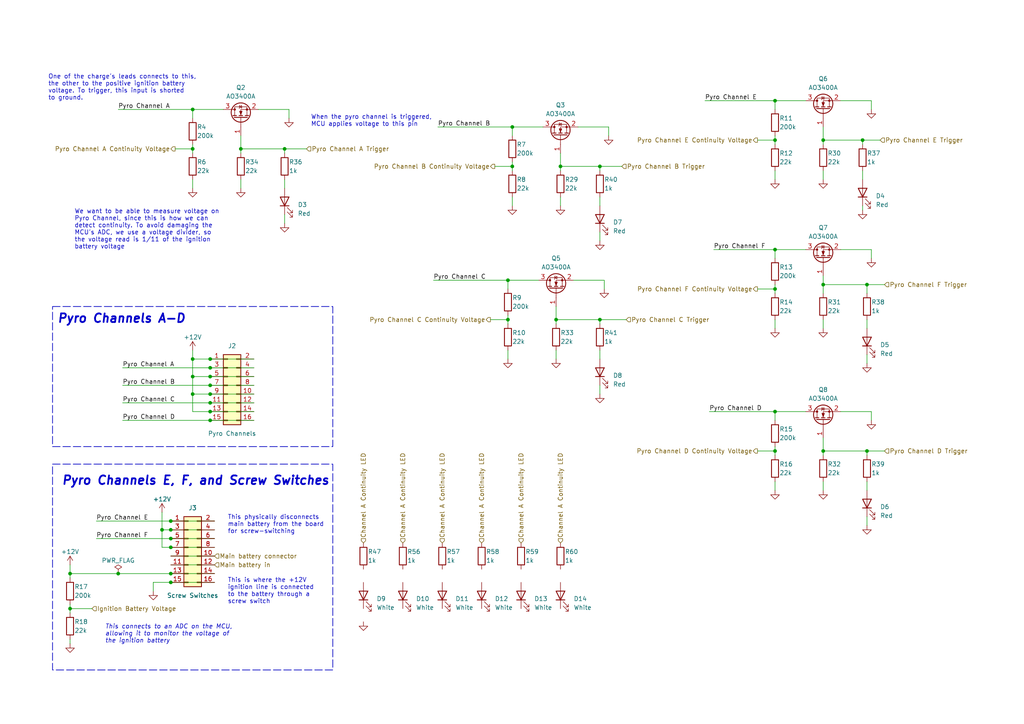
<source format=kicad_sch>
(kicad_sch (version 20230121) (generator eeschema)
  (paper "A4")
  (title_block (title "Pyrotechnic Channels") (date "2023-09-24") (rev "1"))
  (lib_symbols
    (symbol "Connector_Generic:Conn_02x08_Odd_Even" (pin_names (offset 1.016) hide)
      (property "Reference" "J" (at 1.27 10.16 0))
      (property "Value" "Conn_02x08_Odd_Even" (at 1.27 -12.7 0))
      (symbol "Conn_02x08_Odd_Even_1_1"
        (rectangle (start -1.27 -10.033) (end 0 -10.287) (stroke (width 0.1524)))
        (rectangle (start -1.27 -7.493) (end 0 -7.747) (stroke (width 0.1524)))
        (rectangle (start -1.27 -4.953) (end 0 -5.207) (stroke (width 0.1524)))
        (rectangle (start -1.27 -2.413) (end 0 -2.667) (stroke (width 0.1524)))
        (rectangle (start -1.27 0.127) (end 0 -0.127) (stroke (width 0.1524)))
        (rectangle (start -1.27 2.667) (end 0 2.413) (stroke (width 0.1524)))
        (rectangle (start -1.27 5.207) (end 0 4.953) (stroke (width 0.1524)))
        (rectangle (start -1.27 7.747) (end 0 7.493) (stroke (width 0.1524)))
        (rectangle (start -1.27 8.89) (end 3.81 -11.43) (stroke (width 0.254)) (fill (type background)))
        (rectangle (start 3.81 -10.033) (end 2.54 -10.287) (stroke (width 0.1524)))
        (rectangle (start 3.81 -7.493) (end 2.54 -7.747) (stroke (width 0.1524)))
        (rectangle (start 3.81 -4.953) (end 2.54 -5.207) (stroke (width 0.1524)))
        (rectangle (start 3.81 -2.413) (end 2.54 -2.667) (stroke (width 0.1524)))
        (rectangle (start 3.81 0.127) (end 2.54 -0.127) (stroke (width 0.1524)))
        (rectangle (start 3.81 2.667) (end 2.54 2.413) (stroke (width 0.1524)))
        (rectangle (start 3.81 5.207) (end 2.54 4.953) (stroke (width 0.1524)))
        (rectangle (start 3.81 7.747) (end 2.54 7.493) (stroke (width 0.1524)))
        (pin passive line (at -5.08 7.62 0) (length 3.81) (name "Pin_1") (number "1"))
        (pin passive line (at 7.62 -2.54 180) (length 3.81) (name "Pin_10") (number "10"))
        (pin passive line (at -5.08 -5.08 0) (length 3.81) (name "Pin_11") (number "11"))
        (pin passive line (at 7.62 -5.08 180) (length 3.81) (name "Pin_12") (number "12"))
        (pin passive line (at -5.08 -7.62 0) (length 3.81) (name "Pin_13") (number "13"))
        (pin passive line (at 7.62 -7.62 180) (length 3.81) (name "Pin_14") (number "14"))
        (pin passive line (at -5.08 -10.16 0) (length 3.81) (name "Pin_15") (number "15"))
        (pin passive line (at 7.62 -10.16 180) (length 3.81) (name "Pin_16") (number "16"))
        (pin passive line (at 7.62 7.62 180) (length 3.81) (name "Pin_2") (number "2"))
        (pin passive line (at -5.08 5.08 0) (length 3.81) (name "Pin_3") (number "3"))
        (pin passive line (at 7.62 5.08 180) (length 3.81) (name "Pin_4") (number "4"))
        (pin passive line (at -5.08 2.54 0) (length 3.81) (name "Pin_5") (number "5"))
        (pin passive line (at 7.62 2.54 180) (length 3.81) (name "Pin_6") (number "6"))
        (pin passive line (at -5.08 0 0) (length 3.81) (name "Pin_7") (number "7"))
        (pin passive line (at 7.62 0 180) (length 3.81) (name "Pin_8") (number "8"))
        (pin passive line (at -5.08 -2.54 0) (length 3.81) (name "Pin_9") (number "9"))
      )
    )
    (symbol "Device:LED" (pin_numbers hide) (pin_names (offset 1.016) hide)
      (property "Reference" "D" (at 0 2.54 0))
      (property "Value" "LED" (at 0 -2.54 0))
      (symbol "LED_0_1"
        (polyline (pts (xy -1.27 -1.27) (xy -1.27 1.27)) (stroke (width 0.254)))
        (polyline (pts (xy -1.27 0) (xy 1.27 0)))
        (polyline (pts (xy 1.27 -1.27) (xy 1.27 1.27) (xy -1.27 0) (xy 1.27 -1.27)) (stroke (width 0.254)))
        (polyline (pts (xy -3.048 -0.762) (xy -4.572 -2.286) (xy -3.81 -2.286) (xy -4.572 -2.286) (xy -4.572 -1.524)))
        (polyline (pts (xy -1.778 -0.762) (xy -3.302 -2.286) (xy -2.54 -2.286) (xy -3.302 -2.286) (xy -3.302 -1.524)))
      )
      (symbol "LED_1_1"
        (pin passive line (at -3.81 0 0) (length 2.54) (name "K") (number "1"))
        (pin passive line (at 3.81 0 180) (length 2.54) (name "A") (number "2"))
      )
    )
    (symbol "Device:R" (pin_numbers hide) (pin_names (offset 0))
      (property "Reference" "R" (at 2.032 0 90))
      (property "Value" "R" (at 0 0 90))
      (symbol "R_0_1"
        (rectangle (start -1.016 -2.54) (end 1.016 2.54) (stroke (width 0.254)))
      )
      (symbol "R_1_1"
        (pin passive line (at 0 3.81 270) (length 1.27) (name "~") (number "1"))
        (pin passive line (at 0 -3.81 90) (length 1.27) (name "~") (number "2"))
      )
    )
    (symbol "Transistor_FET:AO3400A" (pin_names hide)
      (property "Reference" "Q" (at 5.08 1.905 0))
      (property "Value" "AO3400A" (at 5.08 0 0))
      (symbol "AO3400A_0_1"
        (polyline (pts (xy 0.254 0) (xy -2.54 0)))
        (polyline (pts (xy 0.254 1.905) (xy 0.254 -1.905)) (stroke (width 0.254)))
        (polyline (pts (xy 0.762 -1.27) (xy 0.762 -2.286)) (stroke (width 0.254)))
        (polyline (pts (xy 0.762 0.508) (xy 0.762 -0.508)) (stroke (width 0.254)))
        (polyline (pts (xy 0.762 2.286) (xy 0.762 1.27)) (stroke (width 0.254)))
        (polyline (pts (xy 2.54 2.54) (xy 2.54 1.778)))
        (polyline (pts (xy 2.54 -2.54) (xy 2.54 0) (xy 0.762 0)))
        (polyline (pts (xy 0.762 -1.778) (xy 3.302 -1.778) (xy 3.302 1.778) (xy 0.762 1.778)))
        (polyline (pts (xy 1.016 0) (xy 2.032 0.381) (xy 2.032 -0.381) (xy 1.016 0)) (fill (type outline)))
        (polyline (pts (xy 2.794 0.508) (xy 2.921 0.381) (xy 3.683 0.381) (xy 3.81 0.254)))
        (polyline (pts (xy 3.302 0.381) (xy 2.921 -0.254) (xy 3.683 -0.254) (xy 3.302 0.381)))
        (circle (center 1.651 0) (radius 2.794) (stroke (width 0.254)))
        (circle (center 2.54 -1.778) (radius 0.254) (fill (type outline)))
        (circle (center 2.54 1.778) (radius 0.254) (fill (type outline)))
      )
      (symbol "AO3400A_1_1"
        (pin input line (at -5.08 0 0) (length 2.54) (name "G") (number "1"))
        (pin passive line (at 2.54 -5.08 90) (length 2.54) (name "S") (number "2"))
        (pin passive line (at 2.54 5.08 270) (length 2.54) (name "D") (number "3"))
      )
    )
    (symbol "power:+12V" (power) (pin_names (offset 0))
      (property "Value" "+12V" (at 0 3.556 0))
      (symbol "+12V_0_1"
        (polyline (pts (xy -0.762 1.27) (xy 0 2.54)))
        (polyline (pts (xy 0 0) (xy 0 2.54)))
        (polyline (pts (xy 0 2.54) (xy 0.762 1.27)))
      )
      (symbol "+12V_1_1"
        (pin power_in line (at 0 0 90) (length 0) hide (name "+12V") (number "1"))
      )
    )
    (symbol "power:GND" (power) (pin_names (offset 0))
      (property "Value" "GND" (at 0 -3.81 0))
      (symbol "GND_0_1"
        (polyline (pts (xy 0 0) (xy 0 -1.27) (xy 1.27 -1.27) (xy 0 -2.54) (xy -1.27 -1.27) (xy 0 -1.27)))
      )
      (symbol "GND_1_1"
        (pin power_in line (at 0 0 270) (length 0) hide (name "GND") (number "1"))
      )
    )
    (symbol "power:PWR_FLAG" (power) (pin_numbers hide) (pin_names (offset 0) hide)
      (property "Value" "PWR_FLAG" (at 0 3.81 0))
      (symbol "PWR_FLAG_0_0"
        (pin power_out line (at 0 0 90) (length 0) (name "pwr") (number "1"))
      )
      (symbol "PWR_FLAG_0_1"
        (polyline (pts (xy 0 0) (xy 0 1.27) (xy -1.016 1.905) (xy 0 2.54) (xy 1.016 1.905) (xy 0 1.27)))
      )
    )
  )
  (junction (at 55.88 114.3))
  (junction (at 34.29 166.37))
  (junction (at 224.79 72.39))
  (junction (at 238.76 40.64))
  (junction (at 49.53 158.75))
  (junction (at 60.96 104.14))
  (junction (at 238.76 130.81))
  (junction (at 60.96 119.38))
  (junction (at 238.76 82.55))
  (junction (at 55.88 109.22))
  (junction (at 82.55 43.18))
  (junction (at 60.96 111.76))
  (junction (at 224.79 29.21))
  (junction (at 162.56 48.26))
  (junction (at 224.79 83.82))
  (junction (at 173.99 92.71))
  (junction (at 251.46 82.55))
  (junction (at 161.29 92.71))
  (junction (at 251.46 130.81))
  (junction (at 55.88 31.75))
  (junction (at 49.53 151.13))
  (junction (at 224.79 40.64))
  (junction (at 49.53 166.37))
  (junction (at 224.79 130.81))
  (junction (at 60.96 106.68))
  (junction (at 20.32 176.53))
  (junction (at 60.96 121.92))
  (junction (at 60.96 109.22))
  (junction (at 55.88 104.14))
  (junction (at 60.96 114.3))
  (junction (at 147.32 92.71))
  (junction (at 224.79 119.38))
  (junction (at 49.53 168.91))
  (junction (at 148.59 36.83))
  (junction (at 250.19 40.64))
  (junction (at 49.53 153.67))
  (junction (at 46.99 153.67))
  (junction (at 173.99 48.26))
  (junction (at 49.53 156.21))
  (junction (at 20.32 166.37))
  (junction (at 147.32 81.28))
  (junction (at 69.85 43.18))
  (junction (at 60.96 116.84))
  (junction (at 148.59 48.26))
  (junction (at 55.88 43.18))
  (wire (pts (xy 224.79 29.21) (xy 224.79 31.75)))
  (wire (pts (xy 147.32 101.6) (xy 147.32 104.14)))
  (wire (pts (xy 60.96 116.84) (xy 73.66 116.84)))
  (wire (pts (xy 147.32 81.28) (xy 147.32 83.82)))
  (wire (pts (xy 251.46 149.86) (xy 251.46 152.4)))
  (wire (pts (xy 243.84 119.38) (xy 252.73 119.38)))
  (wire (pts (xy 49.53 161.29) (xy 62.23 161.29)))
  (wire (pts (xy 224.79 130.81) (xy 224.79 132.08)))
  (wire (pts (xy 26.67 176.53) (xy 20.32 176.53)))
  (wire (pts (xy 55.88 31.75) (xy 64.77 31.75)))
  (wire (pts (xy 35.56 116.84) (xy 60.96 116.84)))
  (wire (pts (xy 250.19 41.91) (xy 250.19 40.64)))
  (wire (pts (xy 243.84 29.21) (xy 252.73 29.21)))
  (wire (pts (xy 27.94 151.13) (xy 49.53 151.13)))
  (wire (pts (xy 224.79 39.37) (xy 224.79 40.64)))
  (wire (pts (xy 219.71 130.81) (xy 224.79 130.81)))
  (wire (pts (xy 224.79 119.38) (xy 224.79 121.92)))
  (wire (pts (xy 49.53 156.21) (xy 62.23 156.21)))
  (wire (pts (xy 55.88 52.07) (xy 55.88 54.61)))
  (wire (pts (xy 250.19 49.53) (xy 250.19 52.07)))
  (wire (pts (xy 251.46 139.7) (xy 251.46 142.24)))
  (wire (pts (xy 173.99 48.26) (xy 180.34 48.26)))
  (wire (pts (xy 224.79 129.54) (xy 224.79 130.81)))
  (wire (pts (xy 60.96 119.38) (xy 55.88 119.38)))
  (wire (pts (xy 27.94 156.21) (xy 49.53 156.21)))
  (wire (pts (xy 20.32 185.42) (xy 20.32 186.69)))
  (wire (pts (xy 142.24 92.71) (xy 147.32 92.71)))
  (wire (pts (xy 162.56 57.15) (xy 162.56 59.69)))
  (wire (pts (xy 55.88 31.75) (xy 55.88 34.29)))
  (wire (pts (xy 60.96 106.68) (xy 73.66 106.68)))
  (wire (pts (xy 219.71 40.64) (xy 224.79 40.64)))
  (wire (pts (xy 148.59 57.15) (xy 148.59 59.69)))
  (wire (pts (xy 238.76 82.55) (xy 238.76 80.01)))
  (wire (pts (xy 125.73 81.28) (xy 147.32 81.28)))
  (wire (pts (xy 224.79 72.39) (xy 224.79 74.93)))
  (wire (pts (xy 35.56 106.68) (xy 60.96 106.68)))
  (wire (pts (xy 205.74 119.38) (xy 224.79 119.38)))
  (wire (pts (xy 251.46 132.08) (xy 251.46 130.81)))
  (wire (pts (xy 55.88 101.6) (xy 55.88 104.14)))
  (wire (pts (xy 49.53 153.67) (xy 46.99 153.67)))
  (wire (pts (xy 20.32 176.53) (xy 20.32 177.8)))
  (wire (pts (xy 238.76 40.64) (xy 238.76 41.91)))
  (wire (pts (xy 224.79 72.39) (xy 233.68 72.39)))
  (wire (pts (xy 238.76 40.64) (xy 238.76 36.83)))
  (wire (pts (xy 238.76 139.7) (xy 238.76 142.24)))
  (wire (pts (xy 143.51 48.26) (xy 148.59 48.26)))
  (wire (pts (xy 55.88 114.3) (xy 55.88 109.22)))
  (wire (pts (xy 49.53 163.83) (xy 62.23 163.83)))
  (wire (pts (xy 49.53 151.13) (xy 62.23 151.13)))
  (wire (pts (xy 60.96 104.14) (xy 55.88 104.14)))
  (wire (pts (xy 148.59 48.26) (xy 148.59 49.53)))
  (wire (pts (xy 173.99 57.15) (xy 173.99 59.69)))
  (wire (pts (xy 224.79 139.7) (xy 224.79 142.24)))
  (wire (pts (xy 55.88 43.18) (xy 55.88 44.45)))
  (wire (pts (xy 162.56 48.26) (xy 162.56 49.53)))
  (wire (pts (xy 166.37 81.28) (xy 175.26 81.28)))
  (wire (pts (xy 49.53 158.75) (xy 46.99 158.75)))
  (wire (pts (xy 224.79 40.64) (xy 224.79 41.91)))
  (wire (pts (xy 224.79 119.38) (xy 233.68 119.38)))
  (wire (pts (xy 250.19 40.64) (xy 255.27 40.64)))
  (wire (pts (xy 173.99 101.6) (xy 173.99 104.14)))
  (wire (pts (xy 50.8 43.18) (xy 55.88 43.18)))
  (wire (pts (xy 173.99 67.31) (xy 173.99 69.85)))
  (wire (pts (xy 219.71 83.82) (xy 224.79 83.82)))
  (wire (pts (xy 55.88 119.38) (xy 55.88 114.3)))
  (wire (pts (xy 20.32 166.37) (xy 20.32 167.64)))
  (wire (pts (xy 46.99 148.59) (xy 46.99 153.67)))
  (wire (pts (xy 162.56 48.26) (xy 162.56 44.45)))
  (wire (pts (xy 82.55 62.23) (xy 82.55 64.77)))
  (wire (pts (xy 224.79 83.82) (xy 224.79 85.09)))
  (wire (pts (xy 44.45 168.91) (xy 44.45 171.45)))
  (wire (pts (xy 74.93 31.75) (xy 83.82 31.75)))
  (wire (pts (xy 243.84 72.39) (xy 252.73 72.39)))
  (wire (pts (xy 251.46 82.55) (xy 256.54 82.55)))
  (wire (pts (xy 251.46 92.71) (xy 251.46 95.25)))
  (wire (pts (xy 147.32 91.44) (xy 147.32 92.71)))
  (wire (pts (xy 161.29 92.71) (xy 161.29 88.9)))
  (wire (pts (xy 173.99 92.71) (xy 181.61 92.71)))
  (wire (pts (xy 49.53 158.75) (xy 62.23 158.75)))
  (wire (pts (xy 82.55 52.07) (xy 82.55 54.61)))
  (wire (pts (xy 238.76 130.81) (xy 251.46 130.81)))
  (wire (pts (xy 69.85 43.18) (xy 69.85 44.45)))
  (wire (pts (xy 60.96 109.22) (xy 73.66 109.22)))
  (wire (pts (xy 69.85 43.18) (xy 82.55 43.18)))
  (wire (pts (xy 238.76 130.81) (xy 238.76 127)))
  (wire (pts (xy 204.47 29.21) (xy 224.79 29.21)))
  (wire (pts (xy 69.85 43.18) (xy 69.85 39.37)))
  (wire (pts (xy 224.79 49.53) (xy 224.79 52.07)))
  (wire (pts (xy 238.76 130.81) (xy 238.76 132.08)))
  (wire (pts (xy 238.76 92.71) (xy 238.76 95.25)))
  (wire (pts (xy 147.32 92.71) (xy 147.32 93.98)))
  (wire (pts (xy 148.59 36.83) (xy 148.59 39.37)))
  (wire (pts (xy 173.99 111.76) (xy 173.99 114.3)))
  (wire (pts (xy 148.59 36.83) (xy 157.48 36.83)))
  (wire (pts (xy 147.32 81.28) (xy 156.21 81.28)))
  (wire (pts (xy 60.96 114.3) (xy 55.88 114.3)))
  (wire (pts (xy 162.56 48.26) (xy 173.99 48.26)))
  (wire (pts (xy 20.32 163.83) (xy 20.32 166.37)))
  (wire (pts (xy 60.96 121.92) (xy 73.66 121.92)))
  (wire (pts (xy 207.01 72.39) (xy 224.79 72.39)))
  (wire (pts (xy 148.59 46.99) (xy 148.59 48.26)))
  (wire (pts (xy 60.96 121.92) (xy 35.56 121.92)))
  (wire (pts (xy 55.88 41.91) (xy 55.88 43.18)))
  (wire (pts (xy 161.29 101.6) (xy 161.29 104.14)))
  (wire (pts (xy 238.76 82.55) (xy 238.76 85.09)))
  (wire (pts (xy 224.79 82.55) (xy 224.79 83.82)))
  (wire (pts (xy 224.79 29.21) (xy 233.68 29.21)))
  (wire (pts (xy 252.73 72.39) (xy 252.73 74.93)))
  (wire (pts (xy 173.99 93.98) (xy 173.99 92.71)))
  (wire (pts (xy 49.53 153.67) (xy 62.23 153.67)))
  (wire (pts (xy 46.99 158.75) (xy 46.99 153.67)))
  (wire (pts (xy 34.29 166.37) (xy 49.53 166.37)))
  (wire (pts (xy 161.29 92.71) (xy 173.99 92.71)))
  (wire (pts (xy 167.64 36.83) (xy 176.53 36.83)))
  (wire (pts (xy 49.53 168.91) (xy 44.45 168.91)))
  (wire (pts (xy 238.76 49.53) (xy 238.76 52.07)))
  (wire (pts (xy 20.32 175.26) (xy 20.32 176.53)))
  (wire (pts (xy 127 36.83) (xy 148.59 36.83)))
  (wire (pts (xy 20.32 166.37) (xy 34.29 166.37)))
  (wire (pts (xy 252.73 119.38) (xy 252.73 121.92)))
  (wire (pts (xy 82.55 43.18) (xy 88.9 43.18)))
  (wire (pts (xy 252.73 29.21) (xy 252.73 31.75)))
  (wire (pts (xy 251.46 102.87) (xy 251.46 105.41)))
  (wire (pts (xy 251.46 85.09) (xy 251.46 82.55)))
  (wire (pts (xy 60.96 114.3) (xy 73.66 114.3)))
  (wire (pts (xy 161.29 92.71) (xy 161.29 93.98)))
  (wire (pts (xy 82.55 43.18) (xy 82.55 44.45)))
  (wire (pts (xy 49.53 166.37) (xy 62.23 166.37)))
  (wire (pts (xy 60.96 119.38) (xy 73.66 119.38)))
  (wire (pts (xy 60.96 111.76) (xy 73.66 111.76)))
  (wire (pts (xy 69.85 52.07) (xy 69.85 54.61)))
  (wire (pts (xy 34.29 31.75) (xy 55.88 31.75)))
  (wire (pts (xy 176.53 36.83) (xy 176.53 39.37)))
  (wire (pts (xy 250.19 59.69) (xy 250.19 60.96)))
  (wire (pts (xy 49.53 168.91) (xy 62.23 168.91)))
  (wire (pts (xy 224.79 92.71) (xy 224.79 95.25)))
  (wire (pts (xy 60.96 104.14) (xy 73.66 104.14)))
  (wire (pts (xy 238.76 40.64) (xy 250.19 40.64)))
  (wire (pts (xy 55.88 109.22) (xy 55.88 104.14)))
  (wire (pts (xy 83.82 31.75) (xy 83.82 34.29)))
  (wire (pts (xy 238.76 82.55) (xy 251.46 82.55)))
  (wire (pts (xy 60.96 109.22) (xy 55.88 109.22)))
  (wire (pts (xy 175.26 81.28) (xy 175.26 83.82)))
  (wire (pts (xy 173.99 49.53) (xy 173.99 48.26)))
  (wire (pts (xy 35.56 111.76) (xy 60.96 111.76)))
  (wire (pts (xy 251.46 130.81) (xy 256.54 130.81)))
  (rectangle (start 15.24 88.9) (end 96.52 129.54) (stroke (width 0.2) (type dash)))
  (rectangle (start 15.24 134.62) (end 96.52 194.31) (stroke (width 0.2) (type dash)))
  (text "Pyro Channels E, F, and Screw Switches\n" (at 17.78 140.97 0) (effects (font (size 2.5 2.5) (thickness 0.5) bold italic) (justify left bottom)))
  (text "This connects to an ADC on the MCU,\nallowing it to monitor the voltage of\nthe ignition battery" (at 30.48 186.69 0) (effects (font (size 1.27 1.27) italic) (justify left bottom)))
  (text "When the pyro channel is triggered, \nMCU applies voltage to this pin" (at 90.17 36.83 0) (effects (font (size 1.27 1.27)) (justify left bottom)))
  (text "This is where the +12V\nignition line is connected\nto the battery through a\nscrew switch" (at 66.04 175.26 0) (effects (font (size 1.27 1.27)) (justify left bottom)))
  (text "Pyro Channels A-D" (at 16.51 93.98 0) (effects (font (size 2.5 2.5) (thickness 0.5) bold italic) (justify left bottom)))
  (text "This physically disconnects\nmain battery from the board\nfor screw-switching" (at 66.04 154.94 0) (effects (font (size 1.27 1.27)) (justify left bottom)))
  (text "One of the charge's leads connects to this,\nthe other to the positive ignition battery\nvoltage. To trigger, this input is shorted\nto ground." (at 13.97 29.21 0) (effects (font (size 1.27 1.27)) (justify left bottom)))
  (text "We want to be able to measure voltage on\nPyro Channel, since this is how we can\ndetect continuity. To avoid damaging the\nMCU's ADC, we use a voltage divider, so\nthe voltage read is 1/11 of the ignition\nbattery voltage" (at 21.59 72.39 0) (effects (font (size 1.27 1.27)) (justify left bottom)))
  (label "Pyro Channel D" (at 205.74 119.38 0))
  (label "Pyro Channel A" (at 35.56 106.68 0))
  (label "Pyro Channel A" (at 34.29 31.75 0))
  (label "Pyro Channel D" (at 35.56 121.92 0))
  (label "Pyro Channel C" (at 125.73 81.28 0))
  (label "Pyro Channel F" (at 27.94 156.21 0))
  (label "Pyro Channel B" (at 35.56 111.76 0))
  (label "Pyro Channel E" (at 204.47 29.21 0))
  (label "Pyro Channel E" (at 27.94 151.13 0))
  (label "Pyro Channel B" (at 127 36.83 0))
  (label "Pyro Channel C" (at 35.56 116.84 0))
  (label "Pyro Channel F" (at 207.01 72.39 0))
  (hierarchical_label "Pyro Channel B Continuity Voltage" (shape output) (at 143.51 48.26 180))
  (hierarchical_label "Channel A Continuity LED" (shape input) (at 116.84 157.48 90))
  (hierarchical_label "Pyro Channel C Continuity Voltage" (shape output) (at 142.24 92.71 180))
  (hierarchical_label "Pyro Channel B Trigger" (shape input) (at 180.34 48.26 0))
  (hierarchical_label "Channel A Continuity LED" (shape input) (at 105.41 157.48 90))
  (hierarchical_label "Channel A Continuity LED" (shape input) (at 151.13 157.48 90))
  (hierarchical_label "Ignition Battery Voltage" (shape input) (at 26.67 176.53 0))
  (hierarchical_label "Pyro Channel F Trigger" (shape input) (at 256.54 82.55 0))
  (hierarchical_label "Pyro Channel D Trigger" (shape input) (at 256.54 130.81 0))
  (hierarchical_label "Pyro Channel D Continuity Voltage" (shape output) (at 219.71 130.81 180))
  (hierarchical_label "Main battery in" (shape input) (at 62.23 163.83 0))
  (hierarchical_label "Pyro Channel C Trigger" (shape input) (at 181.61 92.71 0))
  (hierarchical_label "Pyro Channel A Trigger" (shape input) (at 88.9 43.18 0))
  (hierarchical_label "Channel A Continuity LED" (shape input) (at 128.27 157.48 90))
  (hierarchical_label "Main battery connector" (shape input) (at 62.23 161.29 0))
  (hierarchical_label "Pyro Channel A Continuity Voltage" (shape output) (at 50.8 43.18 180))
  (hierarchical_label "Pyro Channel F Continuity Voltage" (shape output) (at 219.71 83.82 180))
  (hierarchical_label "Channel A Continuity LED" (shape input) (at 139.7 157.48 90))
  (hierarchical_label "Pyro Channel E Continuity Voltage" (shape output) (at 219.71 40.64 180))
  (hierarchical_label "Pyro Channel E Trigger" (shape input) (at 255.27 40.64 0))
  (hierarchical_label "Channel A Continuity LED" (shape input) (at 162.56 157.48 90))
  (symbol (lib_id "power:GND") (at 148.59 59.69 0) (unit 1)
    (property "Reference" "#PWR035" (effects hide))
    (property "Value" "GND" (effects hide))
  )
  (symbol (lib_id "power:GND") (at 176.53 39.37 0) (unit 1)
    (property "Reference" "#PWR036" (effects hide))
    (property "Value" "GND" (effects hide))
  )
  (symbol (lib_id "Device:R") (at 224.79 45.72 0) (unit 1)
    (property "Reference" "R12" (at 226.06 44.45 0) (effects (justify left)))
    (property "Value" "22k" (at 226.06 46.99 0) (effects (justify left)))
    (property "Footprint" "Resistor_SMD:R_0402_1005Metric" (effects hide))
  )
  (symbol (lib_id "power:GND") (at 147.32 104.14 0) (unit 1)
    (property "Reference" "#PWR037" (effects hide))
    (property "Value" "GND" (effects hide))
  )
  (symbol (lib_id "Device:R") (at 251.46 88.9 0) (unit 1)
    (property "Reference" "R38" (at 252.73 87.63 0) (effects (justify left)))
    (property "Value" "1k" (at 252.73 90.17 0) (effects (justify left)))
    (property "Footprint" "Resistor_SMD:R_0402_1005Metric" (effects hide))
  )
  (symbol (lib_id "Device:R") (at 224.79 125.73 0) (unit 1)
    (property "Reference" "R15" (at 226.06 124.46 0) (effects (justify left)))
    (property "Value" "200k" (at 226.06 127 0) (effects (justify left)))
    (property "Footprint" "Resistor_SMD:R_0402_1005Metric" (effects hide))
  )
  (symbol (lib_id "Device:LED") (at 105.41 172.72 90) (unit 1)
    (property "Reference" "D9" (at 109.22 173.6725 90) (effects (justify right)))
    (property "Value" "White" (at 109.22 176.2125 90) (effects (justify right)))
    (property "Footprint" "LED_SMD:LED_0603_1608Metric" (effects hide))
  )
  (symbol (lib_id "Device:LED") (at 173.99 63.5 90) (unit 1)
    (property "Reference" "D7" (at 177.8 64.4525 90) (effects (justify right)))
    (property "Value" "Red" (at 177.8 66.9925 90) (effects (justify right)))
    (property "Footprint" "LED_SMD:LED_0603_1608Metric" (effects hide))
  )
  (symbol (lib_id "Transistor_FET:AO3400A") (at 238.76 121.92 90) (unit 1)
    (property "Reference" "Q8" (at 238.76 113.03 90))
    (property "Value" "AO3400A" (at 238.76 115.57 90))
    (property "Footprint" "Package_TO_SOT_SMD:SOT-23" (effects hide))
    (property "Datasheet" "http://www.aosmd.com/pdfs/datasheet/AO3400A.pdf" (effects hide))
  )
  (symbol (lib_id "power:GND") (at 83.82 34.29 0) (unit 1)
    (property "Reference" "#PWR032" (effects hide))
    (property "Value" "GND" (effects hide))
  )
  (symbol (lib_id "Device:LED") (at 139.7 172.72 90) (unit 1)
    (property "Reference" "D12" (at 143.51 173.6725 90) (effects (justify right)))
    (property "Value" "White" (at 143.51 176.2125 90) (effects (justify right)))
    (property "Footprint" "LED_SMD:LED_0603_1608Metric" (effects hide))
  )
  (symbol (lib_id "Device:R") (at 151.13 161.29 0) (unit 1)
    (property "Reference" "R59" (at 152.4 160.02 0) (effects (justify left)))
    (property "Value" "1k" (at 152.4 162.56 0) (effects (justify left)))
    (property "Footprint" "Resistor_SMD:R_0402_1005Metric" (effects hide))
  )
  (symbol (lib_id "power:GND") (at 175.26 83.82 0) (unit 1)
    (property "Reference" "#PWR038" (effects hide))
    (property "Value" "GND" (effects hide))
  )
  (symbol (lib_id "Device:R") (at 55.88 48.26 0) (unit 1)
    (property "Reference" "R6" (at 57.15 46.99 0) (effects (justify left)))
    (property "Value" "22k" (at 57.15 49.53 0) (effects (justify left)))
    (property "Footprint" "Resistor_SMD:R_0402_1005Metric" (effects hide))
  )
  (symbol (lib_id "Device:LED") (at 151.13 172.72 90) (unit 1)
    (property "Reference" "D13" (at 154.94 173.6725 90) (effects (justify right)))
    (property "Value" "White" (at 154.94 176.2125 90) (effects (justify right)))
    (property "Footprint" "LED_SMD:LED_0603_1608Metric" (effects hide))
  )
  (symbol (lib_id "Transistor_FET:AO3400A") (at 162.56 39.37 90) (unit 1)
    (property "Reference" "Q3" (at 162.56 30.48 90))
    (property "Value" "AO3400A" (at 162.56 33.02 90))
    (property "Footprint" "Package_TO_SOT_SMD:SOT-23" (effects hide))
    (property "Datasheet" "http://www.aosmd.com/pdfs/datasheet/AO3400A.pdf" (effects hide))
  )
  (symbol (lib_id "Device:R") (at 139.7 161.29 0) (unit 1)
    (property "Reference" "R58" (at 140.97 160.02 0) (effects (justify left)))
    (property "Value" "1k" (at 140.97 162.56 0) (effects (justify left)))
    (property "Footprint" "Resistor_SMD:R_0402_1005Metric" (effects hide))
  )
  (symbol (lib_id "Device:R") (at 69.85 48.26 0) (unit 1)
    (property "Reference" "R34" (at 71.12 46.99 0) (effects (justify left)))
    (property "Value" "22k" (at 71.12 49.53 0) (effects (justify left)))
    (property "Footprint" "Resistor_SMD:R_0402_1005Metric" (effects hide))
  )
  (symbol (lib_id "power:GND") (at 55.88 54.61 0) (unit 1)
    (property "Reference" "#PWR033" (effects hide))
    (property "Value" "GND" (effects hide))
  )
  (symbol (lib_id "power:GND") (at 251.46 152.4 0) (unit 1)
    (property "Reference" "#PWR0106" (effects hide))
    (property "Value" "GND" (effects hide))
  )
  (symbol (lib_id "power:GND") (at 224.79 142.24 0) (unit 1)
    (property "Reference" "#PWR043" (effects hide))
    (property "Value" "GND" (effects hide))
  )
  (symbol (lib_id "power:GND") (at 252.73 121.92 0) (unit 1)
    (property "Reference" "#PWR044" (effects hide))
    (property "Value" "GND" (effects hide))
  )
  (symbol (lib_id "Device:R") (at 105.41 161.29 0) (unit 1)
    (property "Reference" "R47" (at 106.68 160.02 0) (effects (justify left)))
    (property "Value" "1k" (at 106.68 162.56 0) (effects (justify left)))
    (property "Footprint" "Resistor_SMD:R_0402_1005Metric" (effects hide))
  )
  (symbol (lib_id "Device:R") (at 20.32 181.61 0) (unit 1)
    (property "Reference" "R18" (at 21.59 180.34 0) (effects (justify left)))
    (property "Value" "22k" (at 21.59 182.88 0) (effects (justify left)))
    (property "Footprint" "Resistor_SMD:R_0402_1005Metric" (effects hide))
    (instances (project "Flight Computer" (path "" (reference "R18") (unit 1)) (path "" (reference "R35") (unit 1))))
  )
  (symbol (lib_id "Device:R") (at 82.55 48.26 0) (unit 1)
    (property "Reference" "R36" (at 83.82 46.99 0) (effects (justify left)))
    (property "Value" "1k" (at 83.82 49.53 0) (effects (justify left)))
    (property "Footprint" "Resistor_SMD:R_0402_1005Metric" (effects hide))
  )
  (symbol (lib_id "power:GND") (at 224.79 52.07 0) (unit 1)
    (property "Reference" "#PWR039" (effects hide))
    (property "Value" "GND" (effects hide))
  )
  (symbol (lib_id "power:GND") (at 161.29 104.14 0) (unit 1)
    (property "Reference" "#PWR098" (effects hide))
    (property "Value" "GND" (effects hide))
  )
  (symbol (lib_id "Device:R") (at 238.76 88.9 0) (unit 1)
    (property "Reference" "R31" (at 240.03 87.63 0) (effects (justify left)))
    (property "Value" "22k" (at 240.03 90.17 0) (effects (justify left)))
    (property "Footprint" "Resistor_SMD:R_0402_1005Metric" (effects hide))
  )
  (symbol (lib_id "power:GND") (at 224.79 95.25 0) (unit 1)
    (property "Reference" "#PWR041" (effects hide))
    (property "Value" "GND" (effects hide))
  )
  (symbol (lib_id "power:GND") (at 173.99 114.3 0) (unit 1)
    (property "Reference" "#PWR0108" (effects hide))
    (property "Value" "GND" (effects hide))
  )
  (symbol (lib_id "Device:R") (at 162.56 161.29 0) (unit 1)
    (property "Reference" "R60" (at 163.83 160.02 0) (effects (justify left)))
    (property "Value" "1k" (at 163.83 162.56 0) (effects (justify left)))
    (property "Footprint" "Resistor_SMD:R_0402_1005Metric" (effects hide))
  )
  (symbol (lib_id "power:GND") (at 238.76 95.25 0) (unit 1)
    (property "Reference" "#PWR096" (effects hide))
    (property "Value" "GND" (effects hide))
  )
  (symbol (lib_id "Device:R") (at 224.79 88.9 0) (unit 1)
    (property "Reference" "R14" (at 226.06 87.63 0) (effects (justify left)))
    (property "Value" "22k" (at 226.06 90.17 0) (effects (justify left)))
    (property "Footprint" "Resistor_SMD:R_0402_1005Metric" (effects hide))
  )
  (symbol (lib_id "power:GND") (at 82.55 64.77 0) (unit 1)
    (property "Reference" "#PWR0100" (effects hide))
    (property "Value" "GND" (effects hide))
  )
  (symbol (lib_id "Transistor_FET:AO3400A") (at 69.85 34.29 90) (unit 1)
    (property "Reference" "Q2" (at 69.85 25.4 90))
    (property "Value" "AO3400A" (at 69.85 27.94 90))
    (property "Footprint" "Package_TO_SOT_SMD:SOT-23" (effects hide))
    (property "Datasheet" "http://www.aosmd.com/pdfs/datasheet/AO3400A.pdf" (effects hide))
  )
  (symbol (lib_id "power:GND") (at 250.19 60.96 0) (unit 1)
    (property "Reference" "#PWR0101" (effects hide))
    (property "Value" "GND" (effects hide))
  )
  (symbol (lib_id "Device:LED") (at 162.56 172.72 90) (unit 1)
    (property "Reference" "D14" (at 166.37 173.6725 90) (effects (justify right)))
    (property "Value" "White" (at 166.37 176.2125 90) (effects (justify right)))
    (property "Footprint" "LED_SMD:LED_0603_1608Metric" (effects hide))
  )
  (symbol (lib_id "power:GND") (at 44.45 171.45 0) (unit 1)
    (property "Reference" "#PWR053" (effects hide))
    (property "Value" "GND" (effects hide))
    (instances (project "Flight Computer" (path "" (reference "#PWR053") (unit 1)) (path "" (reference "#PWR091") (unit 1))))
  )
  (symbol (lib_id "power:GND") (at 252.73 31.75 0) (unit 1)
    (property "Reference" "#PWR040" (effects hide))
    (property "Value" "GND" (effects hide))
  )
  (symbol (lib_id "power:GND") (at 20.32 186.69 0) (unit 1)
    (property "Reference" "#PWR055" (effects hide))
    (property "Value" "GND" (effects hide))
    (instances (project "Flight Computer" (path "" (reference "#PWR055") (unit 1)) (path "" (reference "#PWR090") (unit 1))))
  )
  (symbol (lib_id "Device:R") (at 116.84 161.29 0) (unit 1)
    (property "Reference" "R56" (at 118.11 160.02 0) (effects (justify left)))
    (property "Value" "1k" (at 118.11 162.56 0) (effects (justify left)))
    (property "Footprint" "Resistor_SMD:R_0402_1005Metric" (effects hide))
  )
  (symbol (lib_id "power:+12V") (at 55.88 101.6 0) (unit 1)
    (property "Reference" "#PWR047" (effects hide))
    (property "Value" "+12V" (at 55.88 97.79 0))
    (instances (project "Flight Computer" (path "" (reference "#PWR047") (unit 1)) (path "" (reference "#PWR046") (unit 1))))
  )
  (symbol (lib_id "Device:LED") (at 82.55 58.42 90) (unit 1)
    (property "Reference" "D3" (at 86.36 59.3725 90) (effects (justify right)))
    (property "Value" "Red" (at 86.36 61.9125 90) (effects (justify right)))
    (property "Footprint" "LED_SMD:LED_0603_1608Metric" (effects hide))
  )
  (symbol (lib_id "Device:LED") (at 128.27 172.72 90) (unit 1)
    (property "Reference" "D11" (at 132.08 173.6725 90) (effects (justify right)))
    (property "Value" "White" (at 132.08 176.2125 90) (effects (justify right)))
    (property "Footprint" "LED_SMD:LED_0603_1608Metric" (effects hide))
  )
  (symbol (lib_id "power:GND") (at 238.76 142.24 0) (unit 1)
    (property "Reference" "#PWR097" (effects hide))
    (property "Value" "GND" (effects hide))
  )
  (symbol (lib_id "Device:R") (at 148.59 53.34 0) (unit 1)
    (property "Reference" "R8" (at 149.86 52.07 0) (effects (justify left)))
    (property "Value" "22k" (at 149.86 54.61 0) (effects (justify left)))
    (property "Footprint" "Resistor_SMD:R_0402_1005Metric" (effects hide))
  )
  (symbol (lib_id "Device:LED") (at 173.99 107.95 90) (unit 1)
    (property "Reference" "D8" (at 177.8 108.9025 90) (effects (justify right)))
    (property "Value" "Red" (at 177.8 111.4425 90) (effects (justify right)))
    (property "Footprint" "LED_SMD:LED_0603_1608Metric" (effects hide))
  )
  (symbol (lib_id "Transistor_FET:AO3400A") (at 238.76 31.75 90) (unit 1)
    (property "Reference" "Q6" (at 238.76 22.86 90))
    (property "Value" "AO3400A" (at 238.76 25.4 90))
    (property "Footprint" "Package_TO_SOT_SMD:SOT-23" (effects hide))
    (property "Datasheet" "http://www.aosmd.com/pdfs/datasheet/AO3400A.pdf" (effects hide))
  )
  (symbol (lib_id "Device:R") (at 224.79 35.56 0) (unit 1)
    (property "Reference" "R11" (at 226.06 34.29 0) (effects (justify left)))
    (property "Value" "200k" (at 226.06 36.83 0) (effects (justify left)))
    (property "Footprint" "Resistor_SMD:R_0402_1005Metric" (effects hide))
  )
  (symbol (lib_id "power:GND") (at 251.46 105.41 0) (unit 1)
    (property "Reference" "#PWR0102" (effects hide))
    (property "Value" "GND" (effects hide))
  )
  (symbol (lib_id "power:GND") (at 173.99 69.85 0) (unit 1)
    (property "Reference" "#PWR0107" (effects hide))
    (property "Value" "GND" (effects hide))
  )
  (symbol (lib_id "Device:R") (at 128.27 161.29 0) (unit 1)
    (property "Reference" "R57" (at 129.54 160.02 0) (effects (justify left)))
    (property "Value" "1k" (at 129.54 162.56 0) (effects (justify left)))
    (property "Footprint" "Resistor_SMD:R_0402_1005Metric" (effects hide))
  )
  (symbol (lib_id "power:GND") (at 69.85 54.61 0) (unit 1)
    (property "Reference" "#PWR099" (effects hide))
    (property "Value" "GND" (effects hide))
  )
  (symbol (lib_id "Device:R") (at 147.32 87.63 0) (unit 1)
    (property "Reference" "R9" (at 148.59 86.36 0) (effects (justify left)))
    (property "Value" "200k" (at 148.59 88.9 0) (effects (justify left)))
    (property "Footprint" "Resistor_SMD:R_0402_1005Metric" (effects hide))
  )
  (symbol (lib_id "Device:LED") (at 116.84 172.72 90) (unit 1)
    (property "Reference" "D10" (at 120.65 173.6725 90) (effects (justify right)))
    (property "Value" "White" (at 120.65 176.2125 90) (effects (justify right)))
    (property "Footprint" "LED_SMD:LED_0603_1608Metric" (effects hide))
  )
  (symbol (lib_id "Device:R") (at 224.79 78.74 0) (unit 1)
    (property "Reference" "R13" (at 226.06 77.47 0) (effects (justify left)))
    (property "Value" "200k" (at 226.06 80.01 0) (effects (justify left)))
    (property "Footprint" "Resistor_SMD:R_0402_1005Metric" (effects hide))
  )
  (symbol (lib_id "power:+12V") (at 20.32 163.83 0) (unit 1)
    (property "Reference" "#PWR054" (effects hide))
    (property "Value" "+12V" (at 20.32 160.02 0))
    (instances (project "Flight Computer" (path "" (reference "#PWR054") (unit 1)) (path "" (reference "#PWR088") (unit 1))))
  )
  (symbol (lib_id "Device:LED") (at 251.46 99.06 90) (unit 1)
    (property "Reference" "D5" (at 255.27 100.0125 90) (effects (justify right)))
    (property "Value" "Red" (at 255.27 102.5525 90) (effects (justify right)))
    (property "Footprint" "LED_SMD:LED_0603_1608Metric" (effects hide))
  )
  (symbol (lib_id "power:GND") (at 105.41 180.34 0) (unit 1)
    (property "Reference" "#PWR0120" (effects hide))
    (property "Value" "GND" (effects hide))
  )
  (symbol (lib_id "Transistor_FET:AO3400A") (at 161.29 83.82 90) (unit 1)
    (property "Reference" "Q5" (at 161.29 74.93 90))
    (property "Value" "AO3400A" (at 161.29 77.47 90))
    (property "Footprint" "Package_TO_SOT_SMD:SOT-23" (effects hide))
    (property "Datasheet" "http://www.aosmd.com/pdfs/datasheet/AO3400A.pdf" (effects hide))
  )
  (symbol (lib_id "Device:R") (at 20.32 171.45 0) (unit 1)
    (property "Reference" "R17" (at 21.59 170.18 0) (effects (justify left)))
    (property "Value" "200k" (at 21.59 172.72 0) (effects (justify left)))
    (property "Footprint" "Resistor_SMD:R_0402_1005Metric" (effects hide))
    (instances (project "Flight Computer" (path "" (reference "R17") (unit 1)) (path "" (reference "R25") (unit 1))))
  )
  (symbol (lib_id "power:PWR_FLAG") (at 34.29 166.37 0) (unit 1)
    (property "Reference" "#FLG06" (effects hide))
    (property "Value" "PWR_FLAG" (at 34.29 162.56 0))
  )
  (symbol (lib_id "power:GND") (at 238.76 52.07 0) (unit 1)
    (property "Reference" "#PWR095" (effects hide))
    (property "Value" "GND" (effects hide))
  )
  (symbol (lib_id "Device:R") (at 173.99 53.34 0) (unit 1)
    (property "Reference" "R40" (at 175.26 52.07 0) (effects (justify left)))
    (property "Value" "1k" (at 175.26 54.61 0) (effects (justify left)))
    (property "Footprint" "Resistor_SMD:R_0402_1005Metric" (effects hide))
  )
  (symbol (lib_id "Device:R") (at 162.56 53.34 0) (unit 1)
    (property "Reference" "R29" (at 163.83 52.07 0) (effects (justify left)))
    (property "Value" "22k" (at 163.83 54.61 0) (effects (justify left)))
    (property "Footprint" "Resistor_SMD:R_0402_1005Metric" (effects hide))
  )
  (symbol (lib_id "Transistor_FET:AO3400A") (at 238.76 74.93 90) (unit 1)
    (property "Reference" "Q7" (at 238.76 66.04 90))
    (property "Value" "AO3400A" (at 238.76 68.58 90))
    (property "Footprint" "Package_TO_SOT_SMD:SOT-23" (effects hide))
    (property "Datasheet" "http://www.aosmd.com/pdfs/datasheet/AO3400A.pdf" (effects hide))
  )
  (symbol (lib_id "Device:R") (at 238.76 45.72 0) (unit 1)
    (property "Reference" "R30" (at 240.03 44.45 0) (effects (justify left)))
    (property "Value" "22k" (at 240.03 46.99 0) (effects (justify left)))
    (property "Footprint" "Resistor_SMD:R_0402_1005Metric" (effects hide))
  )
  (symbol (lib_id "power:+12V") (at 46.99 148.59 0) (unit 1)
    (property "Reference" "#PWR052" (effects hide))
    (property "Value" "+12V" (at 46.99 144.78 0))
    (instances (project "Flight Computer" (path "" (reference "#PWR052") (unit 1)) (path "" (reference "#PWR092") (unit 1))))
  )
  (symbol (lib_id "Device:R") (at 238.76 135.89 0) (unit 1)
    (property "Reference" "R32" (at 240.03 134.62 0) (effects (justify left)))
    (property "Value" "22k" (at 240.03 137.16 0) (effects (justify left)))
    (property "Footprint" "Resistor_SMD:R_0402_1005Metric" (effects hide))
  )
  (symbol (lib_id "Device:R") (at 55.88 38.1 0) (unit 1)
    (property "Reference" "R4" (at 57.15 36.83 0) (effects (justify left)))
    (property "Value" "200k" (at 57.15 39.37 0) (effects (justify left)))
    (property "Footprint" "Resistor_SMD:R_0402_1005Metric" (effects hide))
  )
  (symbol (lib_id "Connector_Generic:Conn_02x08_Odd_Even") (at 66.04 111.76 0) (unit 1)
    (property "Reference" "J2" (at 67.31 100.33 0))
    (property "Value" "Pyro Channels" (at 67.31 125.73 0))
    (property "Footprint" "custom-footprints:Wago_Custom_218-108" (effects hide))
  )
  (symbol (lib_id "Device:R") (at 251.46 135.89 0) (unit 1)
    (property "Reference" "R39" (at 252.73 134.62 0) (effects (justify left)))
    (property "Value" "1k" (at 252.73 137.16 0) (effects (justify left)))
    (property "Footprint" "Resistor_SMD:R_0402_1005Metric" (effects hide))
  )
  (symbol (lib_id "power:GND") (at 252.73 74.93 0) (unit 1)
    (property "Reference" "#PWR042" (effects hide))
    (property "Value" "GND" (effects hide))
  )
  (symbol (lib_id "Device:R") (at 147.32 97.79 0) (unit 1)
    (property "Reference" "R10" (at 148.59 96.52 0) (effects (justify left)))
    (property "Value" "22k" (at 148.59 99.06 0) (effects (justify left)))
    (property "Footprint" "Resistor_SMD:R_0402_1005Metric" (effects hide))
  )
  (symbol (lib_id "power:GND") (at 162.56 59.69 0) (unit 1)
    (property "Reference" "#PWR086" (effects hide))
    (property "Value" "GND" (effects hide))
  )
  (symbol (lib_id "Device:R") (at 250.19 45.72 0) (unit 1)
    (property "Reference" "R37" (at 251.46 44.45 0) (effects (justify left)))
    (property "Value" "1k" (at 251.46 46.99 0) (effects (justify left)))
    (property "Footprint" "Resistor_SMD:R_0402_1005Metric" (effects hide))
  )
  (symbol (lib_id "Device:R") (at 224.79 135.89 0) (unit 1)
    (property "Reference" "R16" (at 226.06 134.62 0) (effects (justify left)))
    (property "Value" "22k" (at 226.06 137.16 0) (effects (justify left)))
    (property "Footprint" "Resistor_SMD:R_0402_1005Metric" (effects hide))
  )
  (symbol (lib_id "Connector_Generic:Conn_02x08_Odd_Even") (at 54.61 158.75 0) (unit 1)
    (property "Reference" "J3" (at 55.88 147.32 0))
    (property "Value" "Screw Switches" (at 55.88 172.72 0))
    (property "Footprint" "custom-footprints:Wago_Custom_218-108" (effects hide))
    (instances (project "Flight Computer" (path "" (reference "J3") (unit 1)) (path "" (reference "J1") (unit 1))))
  )
  (symbol (lib_id "Device:R") (at 148.59 43.18 0) (unit 1)
    (property "Reference" "R7" (at 149.86 41.91 0) (effects (justify left)))
    (property "Value" "200k" (at 149.86 44.45 0) (effects (justify left)))
    (property "Footprint" "Resistor_SMD:R_0402_1005Metric" (effects hide))
  )
  (symbol (lib_id "Device:R") (at 161.29 97.79 0) (unit 1)
    (property "Reference" "R33" (at 162.56 96.52 0) (effects (justify left)))
    (property "Value" "22k" (at 162.56 99.06 0) (effects (justify left)))
    (property "Footprint" "Resistor_SMD:R_0402_1005Metric" (effects hide))
  )
  (symbol (lib_id "Device:LED") (at 251.46 146.05 90) (unit 1)
    (property "Reference" "D6" (at 255.27 147.0025 90) (effects (justify right)))
    (property "Value" "Red" (at 255.27 149.5425 90) (effects (justify right)))
    (property "Footprint" "LED_SMD:LED_0603_1608Metric" (effects hide))
  )
  (symbol (lib_id "Device:LED") (at 250.19 55.88 90) (unit 1)
    (property "Reference" "D4" (at 254 56.8325 90) (effects (justify right)))
    (property "Value" "Red" (at 254 59.3725 90) (effects (justify right)))
    (property "Footprint" "LED_SMD:LED_0603_1608Metric" (effects hide))
  )
  (symbol (lib_id "Device:R") (at 173.99 97.79 0) (unit 1)
    (property "Reference" "R41" (at 175.26 96.52 0) (effects (justify left)))
    (property "Value" "1k" (at 175.26 99.06 0) (effects (justify left)))
    (property "Footprint" "Resistor_SMD:R_0402_1005Metric" (effects hide))
  )
)
</source>
